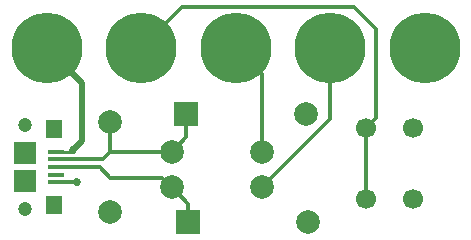
<source format=gtl>
%TF.GenerationSoftware,KiCad,Pcbnew,4.0.4+e1-6308~48~ubuntu14.04.1-stable*%
%TF.CreationDate,2016-11-21T12:06:34-08:00*%
%TF.ProjectId,USB-Breakout-with-Reset,5553422D427265616B6F75742D776974,rev?*%
%TF.FileFunction,Copper,L1,Top,Signal*%
%FSLAX46Y46*%
G04 Gerber Fmt 4.6, Leading zero omitted, Abs format (unit mm)*
G04 Created by KiCad (PCBNEW 4.0.4+e1-6308~48~ubuntu14.04.1-stable) date Mon Nov 21 12:06:34 2016*
%MOMM*%
%LPD*%
G01*
G04 APERTURE LIST*
%ADD10C,0.350000*%
%ADD11R,1.350000X0.400000*%
%ADD12R,1.400000X1.600000*%
%ADD13C,1.200000*%
%ADD14R,1.900000X1.900000*%
%ADD15C,1.998980*%
%ADD16C,1.700000*%
%ADD17C,6.000000*%
%ADD18R,1.998980X1.998980*%
%ADD19C,0.685800*%
%ADD20C,0.330200*%
%ADD21C,0.508000*%
%ADD22C,0.254000*%
%ADD23C,0.330200*%
%ADD24C,0.350000*%
G04 APERTURE END LIST*
D10*
D11*
X130825000Y-105800000D03*
X130825000Y-106450000D03*
X130825000Y-107099100D03*
X130825000Y-107750000D03*
X130825000Y-108400000D03*
D12*
X130600000Y-103900000D03*
D13*
X128150000Y-103550000D03*
D14*
X128150000Y-105900000D03*
X128150000Y-108300000D03*
D12*
X130600000Y-110300000D03*
D13*
X128150000Y-110650000D03*
D15*
X135400000Y-110920000D03*
X135400000Y-103300000D03*
X148220000Y-105800000D03*
X140600000Y-105800000D03*
X148220000Y-108800000D03*
X140600000Y-108800000D03*
D16*
X161000000Y-103800000D03*
X161000000Y-109800000D03*
X157000000Y-103800000D03*
X157000000Y-109800000D03*
D17*
X130000000Y-97000000D03*
X146000000Y-97000000D03*
X154000000Y-97000000D03*
X138000000Y-97000000D03*
X162000000Y-97000000D03*
D15*
X151960000Y-102594920D03*
D18*
X141800000Y-102594920D03*
D15*
X152160000Y-111800000D03*
D18*
X142000000Y-111800000D03*
D19*
X132600000Y-108400000D03*
X132211269Y-105687990D03*
D20*
X130825000Y-108400000D02*
X132600000Y-108400000D01*
X141800000Y-102594920D02*
X141800000Y-104600000D01*
X141800000Y-104600000D02*
X140600000Y-105800000D01*
X135400000Y-103300000D02*
X135400000Y-105800000D01*
X134750000Y-106450000D02*
X135400000Y-105800000D01*
X135400000Y-105800000D02*
X140600000Y-105800000D01*
X130825000Y-106450000D02*
X134750000Y-106450000D01*
X142000000Y-111800000D02*
X142000000Y-110200000D01*
X142000000Y-110200000D02*
X140600000Y-108800000D01*
X130825000Y-107099100D02*
X134499100Y-107099100D01*
X134499100Y-107099100D02*
X135400000Y-108000000D01*
X135400000Y-108000000D02*
X139800000Y-108000000D01*
X139800000Y-108000000D02*
X140600000Y-108800000D01*
D21*
X130000000Y-97000000D02*
X132999999Y-99999999D01*
X132999999Y-99999999D02*
X132999999Y-104899260D01*
X132999999Y-104899260D02*
X132554168Y-105345091D01*
X132554168Y-105345091D02*
X132211269Y-105687990D01*
D22*
X132099259Y-105800000D02*
X132211269Y-105687990D01*
X130825000Y-105800000D02*
X132099259Y-105800000D01*
D20*
X148220000Y-105800000D02*
X148220000Y-99220000D01*
X148220000Y-99220000D02*
X146000000Y-97000000D01*
X154000000Y-97000000D02*
X154000000Y-103020000D01*
X154000000Y-103020000D02*
X148220000Y-108800000D01*
X157000000Y-103800000D02*
X157000000Y-109800000D01*
X155980899Y-93580899D02*
X157849999Y-95449999D01*
X157849999Y-95449999D02*
X157849999Y-102950001D01*
X157849999Y-102950001D02*
X157000000Y-103800000D01*
X138000000Y-97000000D02*
X141419101Y-93580899D01*
X141419101Y-93580899D02*
X155980899Y-93580899D01*
D23*
X132600000Y-108400000D03*
X132211269Y-105687990D03*
D24*
X128150000Y-103550000D03*
X128150000Y-110650000D03*
X135400000Y-110920000D03*
X135400000Y-103300000D03*
X148220000Y-105800000D03*
X140600000Y-105800000D03*
X148220000Y-108800000D03*
X140600000Y-108800000D03*
X161000000Y-103800000D03*
X161000000Y-109800000D03*
X157000000Y-103800000D03*
X157000000Y-109800000D03*
X130000000Y-97000000D03*
X146000000Y-97000000D03*
X154000000Y-97000000D03*
X138000000Y-97000000D03*
X162000000Y-97000000D03*
X151960000Y-102594920D03*
X141800000Y-102594920D03*
X152160000Y-111800000D03*
X142000000Y-111800000D03*
M02*

</source>
